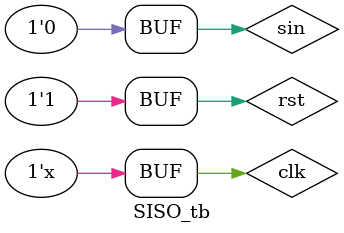
<source format=v>
module SISO(
            input clk,rst,
            input sin,
            output reg sout
            );
reg [3:0]temp;
always @(posedge clk or negedge rst)
begin
if(!rst)
    begin
    sout<=0;
    temp<=0;
    end
    else
        begin
        temp[3]<=sin;
        temp[2]<=temp[3];
        temp[1]<=temp[2];
        temp[0]<=temp[1];
        
        sout<=temp[0];
        temp[0]<=temp[1];
        temp[1]<=temp[2];
        temp[2]<=temp[3];
        end
end
endmodule

module SISO_tb();
    reg clk,rst;
    reg sin;
    wire sout;

    //instantiation
    SISO S1(clk,rst,sin,sout);

    initial
    clk=0;
    always #10 clk=~clk;

    initial
    begin
    rst=0;
#5;
    rst=1;
    end

    initial
    begin
    sin=1;#15;
    sin=0;#20;
    sin=1;#20;
    sin=0;#20;
    end

    initial
    $monitor("clk=%d,rst=%d,sin=%d,sout=%d,TIme=%t",clk,rst,sin,sout,$time);
    endmodule


</source>
